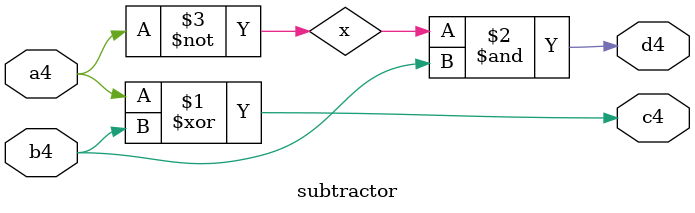
<source format=v>
`timescale 1ns / 1ps

module subtractor(

input a4, b4,

output c4, d4);

wire x;

xor u1(c4,a4, b4); // XOR gate instance u1; a4, b4 will act as input and c4 will be the output

and u2(d4,x, b4); // AND gate instance u2; x, b4 will act as input and d4 will be the output

not u3(x,a4); // NOT gate instance u3; a4 will act as input and x will be the output

endmodule
</source>
